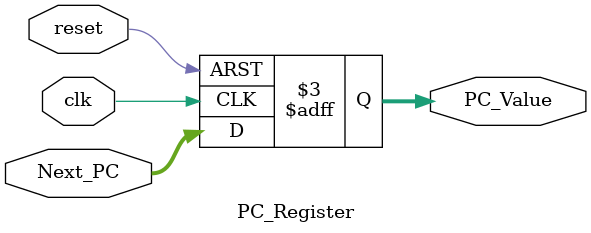
<source format=v>
/******************************************************************
* Description
*	This is a register of 32-bit that corresponds to the PC counter. 
*	This register does not have an enable signal.
* Version:
*	1.0
* Author:
*	Dr. José Luis Pizano Escalante
* email:
*	luispizano@iteso.mx
* Date:
*	16/08/2021
******************************************************************/

module PC_Register
#(
	parameter N=32
)
(
	input clk,
	input reset,
	input  [N-1:0] Next_PC,
	
	
	output reg [N-1:0] PC_Value
);

always@(negedge reset or negedge clk) begin
	if(reset==0)
		PC_Value <= 32'h00400000;
	else	
		PC_Value<= Next_PC;
end

endmodule

</source>
